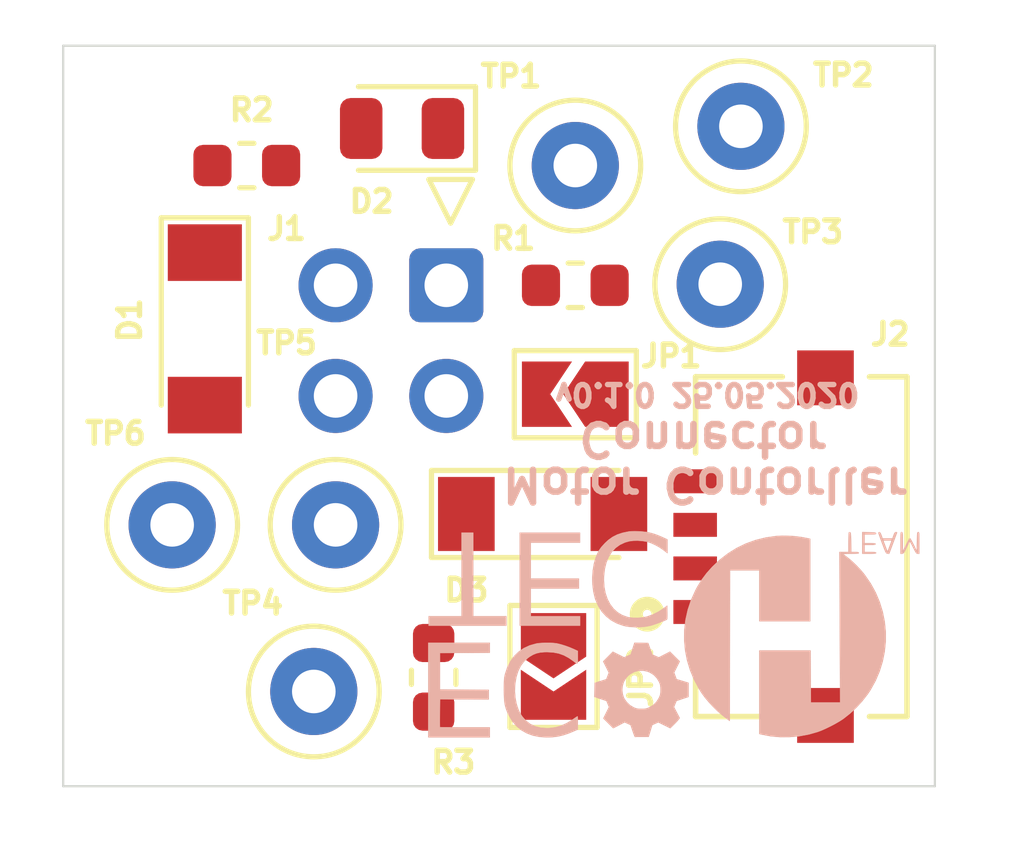
<source format=kicad_pcb>
(kicad_pcb (version 20171130) (host pcbnew 5.1.6-c6e7f7d~86~ubuntu18.04.1)

  (general
    (thickness 1.6)
    (drawings 7)
    (tracks 0)
    (zones 0)
    (modules 19)
    (nets 8)
  )

  (page A4)
  (layers
    (0 F.Cu signal)
    (31 B.Cu signal)
    (32 B.Adhes user hide)
    (33 F.Adhes user hide)
    (34 B.Paste user hide)
    (35 F.Paste user hide)
    (36 B.SilkS user)
    (37 F.SilkS user)
    (38 B.Mask user)
    (39 F.Mask user)
    (40 Dwgs.User user hide)
    (41 Cmts.User user hide)
    (42 Eco1.User user hide)
    (43 Eco2.User user hide)
    (44 Edge.Cuts user)
    (45 Margin user hide)
    (46 B.CrtYd user)
    (47 F.CrtYd user)
    (48 B.Fab user hide)
    (49 F.Fab user hide)
  )

  (setup
    (last_trace_width 0.25)
    (trace_clearance 0.2)
    (zone_clearance 0.508)
    (zone_45_only no)
    (trace_min 0.2)
    (via_size 0.7)
    (via_drill 0.3)
    (via_min_size 0.4)
    (via_min_drill 0.3)
    (uvia_size 0.3)
    (uvia_drill 0.1)
    (uvias_allowed no)
    (uvia_min_size 0.2)
    (uvia_min_drill 0.1)
    (edge_width 0.05)
    (segment_width 0.2)
    (pcb_text_width 0.3)
    (pcb_text_size 1.5 1.5)
    (mod_edge_width 0.12)
    (mod_text_size 1 1)
    (mod_text_width 0.15)
    (pad_size 2 2)
    (pad_drill 1)
    (pad_to_mask_clearance 0.05)
    (aux_axis_origin 0 0)
    (visible_elements FFFFFF7F)
    (pcbplotparams
      (layerselection 0x010fc_ffffffff)
      (usegerberextensions false)
      (usegerberattributes true)
      (usegerberadvancedattributes true)
      (creategerberjobfile true)
      (excludeedgelayer true)
      (linewidth 0.100000)
      (plotframeref false)
      (viasonmask false)
      (mode 1)
      (useauxorigin false)
      (hpglpennumber 1)
      (hpglpenspeed 20)
      (hpglpendiameter 15.000000)
      (psnegative false)
      (psa4output false)
      (plotreference true)
      (plotvalue true)
      (plotinvisibletext false)
      (padsonsilk false)
      (subtractmaskfromsilk false)
      (outputformat 1)
      (mirror false)
      (drillshape 1)
      (scaleselection 1)
      (outputdirectory ""))
  )

  (net 0 "")
  (net 1 GND)
  (net 2 +12V)
  (net 3 "Net-(D2-Pad2)")
  (net 4 /B)
  (net 5 /A)
  (net 6 "Net-(JP1-Pad1)")
  (net 7 "Net-(JP2-Pad2)")

  (net_class Default "This is the default net class."
    (clearance 0.2)
    (trace_width 0.25)
    (via_dia 0.7)
    (via_drill 0.3)
    (uvia_dia 0.3)
    (uvia_drill 0.1)
    (add_net +12V)
    (add_net /A)
    (add_net /B)
    (add_net GND)
    (add_net "Net-(D2-Pad2)")
    (add_net "Net-(JP1-Pad1)")
    (add_net "Net-(JP2-Pad2)")
  )

  (module TestPoint:TestPoint_Loop_D1.80mm_Drill1.0mm_Beaded (layer F.Cu) (tedit 5A0F774F) (tstamp 5ECC2054)
    (at 111.5 128)
    (descr "wire loop with bead as test point, loop diameter 1.8mm, hole diameter 1.0mm")
    (tags "test point wire loop bead")
    (path /5CC624FB)
    (fp_text reference TP6 (at -1.3 -2.1 180) (layer F.SilkS)
      (effects (font (size 0.5 0.5) (thickness 0.125)))
    )
    (fp_text value TestPoint (at 0 -2.8) (layer F.Fab)
      (effects (font (size 1 1) (thickness 0.15)))
    )
    (fp_text user %R (at 0.7 2.5) (layer F.Fab)
      (effects (font (size 1 1) (thickness 0.15)))
    )
    (fp_circle (center 0 0) (end 1.8 0) (layer F.CrtYd) (width 0.05))
    (fp_circle (center 0 0) (end 1.5 0) (layer F.SilkS) (width 0.12))
    (fp_line (start -0.9 -0.2) (end 0.9 -0.2) (layer F.Fab) (width 0.12))
    (fp_line (start 0.9 -0.2) (end 0.9 0.2) (layer F.Fab) (width 0.12))
    (fp_line (start 0.9 0.2) (end -0.9 0.2) (layer F.Fab) (width 0.12))
    (fp_line (start -0.9 0.2) (end -0.9 -0.2) (layer F.Fab) (width 0.12))
    (fp_circle (center 0 0) (end 1.3 0) (layer F.Fab) (width 0.12))
    (pad 1 thru_hole circle (at 0 0) (size 2 2) (drill 1) (layers *.Cu *.Mask)
      (net 2 +12V))
    (model ${KISYS3DMOD}/TestPoint.3dshapes/TestPoint_Loop_D1.80mm_Drill1.0mm_Beaded.wrl
      (at (xyz 0 0 0))
      (scale (xyz 1 1 1))
      (rotate (xyz 0 0 0))
    )
  )

  (module TestPoint:TestPoint_Loop_D1.80mm_Drill1.0mm_Beaded (layer F.Cu) (tedit 5A0F774F) (tstamp 5ECC2047)
    (at 115.25 128)
    (descr "wire loop with bead as test point, loop diameter 1.8mm, hole diameter 1.0mm")
    (tags "test point wire loop bead")
    (path /5E828D0A)
    (fp_text reference TP5 (at -1.125 -4.175) (layer F.SilkS)
      (effects (font (size 0.5 0.5) (thickness 0.125)))
    )
    (fp_text value TestPoint (at 0 -2.8) (layer F.Fab)
      (effects (font (size 1 1) (thickness 0.15)))
    )
    (fp_text user %R (at 0.7 2.5) (layer F.Fab)
      (effects (font (size 1 1) (thickness 0.15)))
    )
    (fp_circle (center 0 0) (end 1.8 0) (layer F.CrtYd) (width 0.05))
    (fp_circle (center 0 0) (end 1.5 0) (layer F.SilkS) (width 0.12))
    (fp_line (start -0.9 -0.2) (end 0.9 -0.2) (layer F.Fab) (width 0.12))
    (fp_line (start 0.9 -0.2) (end 0.9 0.2) (layer F.Fab) (width 0.12))
    (fp_line (start 0.9 0.2) (end -0.9 0.2) (layer F.Fab) (width 0.12))
    (fp_line (start -0.9 0.2) (end -0.9 -0.2) (layer F.Fab) (width 0.12))
    (fp_circle (center 0 0) (end 1.3 0) (layer F.Fab) (width 0.12))
    (pad 1 thru_hole circle (at 0 0) (size 2 2) (drill 1) (layers *.Cu *.Mask)
      (net 5 /A))
    (model ${KISYS3DMOD}/TestPoint.3dshapes/TestPoint_Loop_D1.80mm_Drill1.0mm_Beaded.wrl
      (at (xyz 0 0 0))
      (scale (xyz 1 1 1))
      (rotate (xyz 0 0 0))
    )
  )

  (module TestPoint:TestPoint_Loop_D1.80mm_Drill1.0mm_Beaded (layer F.Cu) (tedit 5A0F774F) (tstamp 5ECC203A)
    (at 114.75 131.825)
    (descr "wire loop with bead as test point, loop diameter 1.8mm, hole diameter 1.0mm")
    (tags "test point wire loop bead")
    (path /5E828D11)
    (fp_text reference TP4 (at -1.4 -2.025 180) (layer F.SilkS)
      (effects (font (size 0.5 0.5) (thickness 0.125)))
    )
    (fp_text value TestPoint (at 0 -2.8) (layer F.Fab)
      (effects (font (size 1 1) (thickness 0.15)))
    )
    (fp_text user %R (at 0.7 2.5) (layer F.Fab)
      (effects (font (size 1 1) (thickness 0.15)))
    )
    (fp_circle (center 0 0) (end 1.8 0) (layer F.CrtYd) (width 0.05))
    (fp_circle (center 0 0) (end 1.5 0) (layer F.SilkS) (width 0.12))
    (fp_line (start -0.9 -0.2) (end 0.9 -0.2) (layer F.Fab) (width 0.12))
    (fp_line (start 0.9 -0.2) (end 0.9 0.2) (layer F.Fab) (width 0.12))
    (fp_line (start 0.9 0.2) (end -0.9 0.2) (layer F.Fab) (width 0.12))
    (fp_line (start -0.9 0.2) (end -0.9 -0.2) (layer F.Fab) (width 0.12))
    (fp_circle (center 0 0) (end 1.3 0) (layer F.Fab) (width 0.12))
    (pad 1 thru_hole circle (at 0 0) (size 2 2) (drill 1) (layers *.Cu *.Mask)
      (net 4 /B))
    (model ${KISYS3DMOD}/TestPoint.3dshapes/TestPoint_Loop_D1.80mm_Drill1.0mm_Beaded.wrl
      (at (xyz 0 0 0))
      (scale (xyz 1 1 1))
      (rotate (xyz 0 0 0))
    )
  )

  (module TestPoint:TestPoint_Loop_D1.80mm_Drill1.0mm_Beaded (layer F.Cu) (tedit 5A0F774F) (tstamp 5ECC202D)
    (at 124.075 122.475)
    (descr "wire loop with bead as test point, loop diameter 1.8mm, hole diameter 1.0mm")
    (tags "test point wire loop bead")
    (path /5CC615AE)
    (fp_text reference TP3 (at 2.125 -1.2) (layer F.SilkS)
      (effects (font (size 0.5 0.5) (thickness 0.125)))
    )
    (fp_text value TestPoint (at 0 -2.8) (layer F.Fab)
      (effects (font (size 1 1) (thickness 0.15)))
    )
    (fp_text user %R (at 0.7 2.5) (layer F.Fab)
      (effects (font (size 1 1) (thickness 0.15)))
    )
    (fp_circle (center 0 0) (end 1.8 0) (layer F.CrtYd) (width 0.05))
    (fp_circle (center 0 0) (end 1.5 0) (layer F.SilkS) (width 0.12))
    (fp_line (start -0.9 -0.2) (end 0.9 -0.2) (layer F.Fab) (width 0.12))
    (fp_line (start 0.9 -0.2) (end 0.9 0.2) (layer F.Fab) (width 0.12))
    (fp_line (start 0.9 0.2) (end -0.9 0.2) (layer F.Fab) (width 0.12))
    (fp_line (start -0.9 0.2) (end -0.9 -0.2) (layer F.Fab) (width 0.12))
    (fp_circle (center 0 0) (end 1.3 0) (layer F.Fab) (width 0.12))
    (pad 1 thru_hole circle (at 0 0) (size 2 2) (drill 1) (layers *.Cu *.Mask)
      (net 5 /A))
    (model ${KISYS3DMOD}/TestPoint.3dshapes/TestPoint_Loop_D1.80mm_Drill1.0mm_Beaded.wrl
      (at (xyz 0 0 0))
      (scale (xyz 1 1 1))
      (rotate (xyz 0 0 0))
    )
  )

  (module TestPoint:TestPoint_Loop_D1.80mm_Drill1.0mm_Beaded (layer F.Cu) (tedit 5ECC196E) (tstamp 5ECC2020)
    (at 124.55 118.85)
    (descr "wire loop with bead as test point, loop diameter 1.8mm, hole diameter 1.0mm")
    (tags "test point wire loop bead")
    (path /5CC613D1)
    (fp_text reference TP2 (at 2.35 -1.175) (layer F.SilkS)
      (effects (font (size 0.5 0.5) (thickness 0.125)))
    )
    (fp_text value TestPoint (at 0 -2.8) (layer F.Fab)
      (effects (font (size 1 1) (thickness 0.15)))
    )
    (fp_text user %R (at 0.7 2.5) (layer F.Fab)
      (effects (font (size 1 1) (thickness 0.15)))
    )
    (fp_circle (center 0 0) (end 1.8 0) (layer F.CrtYd) (width 0.05))
    (fp_circle (center 0 0) (end 1.5 0) (layer F.SilkS) (width 0.12))
    (fp_line (start -0.9 -0.2) (end 0.9 -0.2) (layer F.Fab) (width 0.12))
    (fp_line (start 0.9 -0.2) (end 0.9 0.2) (layer F.Fab) (width 0.12))
    (fp_line (start 0.9 0.2) (end -0.9 0.2) (layer F.Fab) (width 0.12))
    (fp_line (start -0.9 0.2) (end -0.9 -0.2) (layer F.Fab) (width 0.12))
    (fp_circle (center 0 0) (end 1.3 0) (layer F.Fab) (width 0.12))
    (pad 1 thru_hole circle (at 0 0) (size 2 2) (drill 1) (layers *.Cu *.Mask)
      (net 4 /B))
    (model ${KISYS3DMOD}/TestPoint.3dshapes/TestPoint_Loop_D1.80mm_Drill1.0mm_Beaded.wrl
      (at (xyz 0 0 0))
      (scale (xyz 1 1 1))
      (rotate (xyz 0 0 0))
    )
  )

  (module TestPoint:TestPoint_Loop_D1.80mm_Drill1.0mm_Beaded (layer F.Cu) (tedit 5A0F774F) (tstamp 5ECC2013)
    (at 120.75 119.75)
    (descr "wire loop with bead as test point, loop diameter 1.8mm, hole diameter 1.0mm")
    (tags "test point wire loop bead")
    (path /5CC6563D)
    (fp_text reference TP1 (at -1.475 -2.05) (layer F.SilkS)
      (effects (font (size 0.5 0.5) (thickness 0.125)))
    )
    (fp_text value TestPoint (at 0 -2.8) (layer F.Fab)
      (effects (font (size 1 1) (thickness 0.15)))
    )
    (fp_text user %R (at 0.7 2.5) (layer F.Fab)
      (effects (font (size 1 1) (thickness 0.15)))
    )
    (fp_circle (center 0 0) (end 1.8 0) (layer F.CrtYd) (width 0.05))
    (fp_circle (center 0 0) (end 1.5 0) (layer F.SilkS) (width 0.12))
    (fp_line (start -0.9 -0.2) (end 0.9 -0.2) (layer F.Fab) (width 0.12))
    (fp_line (start 0.9 -0.2) (end 0.9 0.2) (layer F.Fab) (width 0.12))
    (fp_line (start 0.9 0.2) (end -0.9 0.2) (layer F.Fab) (width 0.12))
    (fp_line (start -0.9 0.2) (end -0.9 -0.2) (layer F.Fab) (width 0.12))
    (fp_circle (center 0 0) (end 1.3 0) (layer F.Fab) (width 0.12))
    (pad 1 thru_hole circle (at 0 0) (size 2 2) (drill 1) (layers *.Cu *.Mask)
      (net 1 GND))
    (model ${KISYS3DMOD}/TestPoint.3dshapes/TestPoint_Loop_D1.80mm_Drill1.0mm_Beaded.wrl
      (at (xyz 0 0 0))
      (scale (xyz 1 1 1))
      (rotate (xyz 0 0 0))
    )
  )

  (module Resistor_SMD:R_0603_1608Metric (layer F.Cu) (tedit 5B301BBD) (tstamp 5ECC2006)
    (at 117.5 131.5 270)
    (descr "Resistor SMD 0603 (1608 Metric), square (rectangular) end terminal, IPC_7351 nominal, (Body size source: http://www.tortai-tech.com/upload/download/2011102023233369053.pdf), generated with kicad-footprint-generator")
    (tags resistor)
    (path /5E809DCF)
    (attr smd)
    (fp_text reference R3 (at 1.95 -0.45 180) (layer F.SilkS)
      (effects (font (size 0.5 0.5) (thickness 0.125)))
    )
    (fp_text value 120 (at 0 1.43 90) (layer F.Fab)
      (effects (font (size 1 1) (thickness 0.15)))
    )
    (fp_text user %R (at 0 0 90) (layer F.Fab)
      (effects (font (size 0.4 0.4) (thickness 0.06)))
    )
    (fp_line (start -0.8 0.4) (end -0.8 -0.4) (layer F.Fab) (width 0.1))
    (fp_line (start -0.8 -0.4) (end 0.8 -0.4) (layer F.Fab) (width 0.1))
    (fp_line (start 0.8 -0.4) (end 0.8 0.4) (layer F.Fab) (width 0.1))
    (fp_line (start 0.8 0.4) (end -0.8 0.4) (layer F.Fab) (width 0.1))
    (fp_line (start -0.162779 -0.51) (end 0.162779 -0.51) (layer F.SilkS) (width 0.12))
    (fp_line (start -0.162779 0.51) (end 0.162779 0.51) (layer F.SilkS) (width 0.12))
    (fp_line (start -1.48 0.73) (end -1.48 -0.73) (layer F.CrtYd) (width 0.05))
    (fp_line (start -1.48 -0.73) (end 1.48 -0.73) (layer F.CrtYd) (width 0.05))
    (fp_line (start 1.48 -0.73) (end 1.48 0.73) (layer F.CrtYd) (width 0.05))
    (fp_line (start 1.48 0.73) (end -1.48 0.73) (layer F.CrtYd) (width 0.05))
    (pad 2 smd roundrect (at 0.7875 0 270) (size 0.875 0.95) (layers F.Cu F.Paste F.Mask) (roundrect_rratio 0.25)
      (net 7 "Net-(JP2-Pad2)"))
    (pad 1 smd roundrect (at -0.7875 0 270) (size 0.875 0.95) (layers F.Cu F.Paste F.Mask) (roundrect_rratio 0.25)
      (net 4 /B))
    (model ${KISYS3DMOD}/Resistor_SMD.3dshapes/R_0603_1608Metric.wrl
      (at (xyz 0 0 0))
      (scale (xyz 1 1 1))
      (rotate (xyz 0 0 0))
    )
  )

  (module Resistor_SMD:R_0603_1608Metric (layer F.Cu) (tedit 5B301BBD) (tstamp 5ECC1FF5)
    (at 113.2125 119.75)
    (descr "Resistor SMD 0603 (1608 Metric), square (rectangular) end terminal, IPC_7351 nominal, (Body size source: http://www.tortai-tech.com/upload/download/2011102023233369053.pdf), generated with kicad-footprint-generator")
    (tags resistor)
    (path /5CB11BF2)
    (attr smd)
    (fp_text reference R2 (at 0.1125 -1.275) (layer F.SilkS)
      (effects (font (size 0.5 0.5) (thickness 0.125)))
    )
    (fp_text value 2k (at 0 1.43) (layer F.Fab)
      (effects (font (size 1 1) (thickness 0.15)))
    )
    (fp_text user %R (at 0 0) (layer F.Fab)
      (effects (font (size 0.4 0.4) (thickness 0.06)))
    )
    (fp_line (start -0.8 0.4) (end -0.8 -0.4) (layer F.Fab) (width 0.1))
    (fp_line (start -0.8 -0.4) (end 0.8 -0.4) (layer F.Fab) (width 0.1))
    (fp_line (start 0.8 -0.4) (end 0.8 0.4) (layer F.Fab) (width 0.1))
    (fp_line (start 0.8 0.4) (end -0.8 0.4) (layer F.Fab) (width 0.1))
    (fp_line (start -0.162779 -0.51) (end 0.162779 -0.51) (layer F.SilkS) (width 0.12))
    (fp_line (start -0.162779 0.51) (end 0.162779 0.51) (layer F.SilkS) (width 0.12))
    (fp_line (start -1.48 0.73) (end -1.48 -0.73) (layer F.CrtYd) (width 0.05))
    (fp_line (start -1.48 -0.73) (end 1.48 -0.73) (layer F.CrtYd) (width 0.05))
    (fp_line (start 1.48 -0.73) (end 1.48 0.73) (layer F.CrtYd) (width 0.05))
    (fp_line (start 1.48 0.73) (end -1.48 0.73) (layer F.CrtYd) (width 0.05))
    (pad 2 smd roundrect (at 0.7875 0) (size 0.875 0.95) (layers F.Cu F.Paste F.Mask) (roundrect_rratio 0.25)
      (net 3 "Net-(D2-Pad2)"))
    (pad 1 smd roundrect (at -0.7875 0) (size 0.875 0.95) (layers F.Cu F.Paste F.Mask) (roundrect_rratio 0.25)
      (net 2 +12V))
    (model ${KISYS3DMOD}/Resistor_SMD.3dshapes/R_0603_1608Metric.wrl
      (at (xyz 0 0 0))
      (scale (xyz 1 1 1))
      (rotate (xyz 0 0 0))
    )
  )

  (module Resistor_SMD:R_0603_1608Metric (layer F.Cu) (tedit 5B301BBD) (tstamp 5ECC1FE4)
    (at 120.75 122.5 180)
    (descr "Resistor SMD 0603 (1608 Metric), square (rectangular) end terminal, IPC_7351 nominal, (Body size source: http://www.tortai-tech.com/upload/download/2011102023233369053.pdf), generated with kicad-footprint-generator")
    (tags resistor)
    (path /5CB28455)
    (attr smd)
    (fp_text reference R1 (at 1.425 1.075) (layer F.SilkS)
      (effects (font (size 0.5 0.5) (thickness 0.125)))
    )
    (fp_text value 120 (at 0 1.43) (layer F.Fab)
      (effects (font (size 1 1) (thickness 0.15)))
    )
    (fp_text user %R (at 0 0) (layer F.Fab)
      (effects (font (size 0.4 0.4) (thickness 0.06)))
    )
    (fp_line (start -0.8 0.4) (end -0.8 -0.4) (layer F.Fab) (width 0.1))
    (fp_line (start -0.8 -0.4) (end 0.8 -0.4) (layer F.Fab) (width 0.1))
    (fp_line (start 0.8 -0.4) (end 0.8 0.4) (layer F.Fab) (width 0.1))
    (fp_line (start 0.8 0.4) (end -0.8 0.4) (layer F.Fab) (width 0.1))
    (fp_line (start -0.162779 -0.51) (end 0.162779 -0.51) (layer F.SilkS) (width 0.12))
    (fp_line (start -0.162779 0.51) (end 0.162779 0.51) (layer F.SilkS) (width 0.12))
    (fp_line (start -1.48 0.73) (end -1.48 -0.73) (layer F.CrtYd) (width 0.05))
    (fp_line (start -1.48 -0.73) (end 1.48 -0.73) (layer F.CrtYd) (width 0.05))
    (fp_line (start 1.48 -0.73) (end 1.48 0.73) (layer F.CrtYd) (width 0.05))
    (fp_line (start 1.48 0.73) (end -1.48 0.73) (layer F.CrtYd) (width 0.05))
    (pad 2 smd roundrect (at 0.7875 0 180) (size 0.875 0.95) (layers F.Cu F.Paste F.Mask) (roundrect_rratio 0.25)
      (net 4 /B))
    (pad 1 smd roundrect (at -0.7875 0 180) (size 0.875 0.95) (layers F.Cu F.Paste F.Mask) (roundrect_rratio 0.25)
      (net 6 "Net-(JP1-Pad1)"))
    (model ${KISYS3DMOD}/Resistor_SMD.3dshapes/R_0603_1608Metric.wrl
      (at (xyz 0 0 0))
      (scale (xyz 1 1 1))
      (rotate (xyz 0 0 0))
    )
  )

  (module Jumper:SolderJumper-2_P1.3mm_Open_TrianglePad1.0x1.5mm (layer F.Cu) (tedit 5A64794F) (tstamp 5ECC1FD3)
    (at 120.25 131.25 270)
    (descr "SMD Solder Jumper, 1x1.5mm Triangular Pads, 0.3mm gap, open")
    (tags "solder jumper open")
    (path /5E809DD5)
    (attr virtual)
    (fp_text reference JP2 (at 0.25 -2 270) (layer F.SilkS)
      (effects (font (size 0.5 0.5) (thickness 0.125)))
    )
    (fp_text value Jumper_NO_Small (at 0 1.9 90) (layer F.Fab)
      (effects (font (size 1 1) (thickness 0.15)))
    )
    (fp_line (start -1.4 1) (end -1.4 -1) (layer F.SilkS) (width 0.12))
    (fp_line (start 1.4 1) (end -1.4 1) (layer F.SilkS) (width 0.12))
    (fp_line (start 1.4 -1) (end 1.4 1) (layer F.SilkS) (width 0.12))
    (fp_line (start -1.4 -1) (end 1.4 -1) (layer F.SilkS) (width 0.12))
    (fp_line (start -1.65 -1.25) (end 1.65 -1.25) (layer F.CrtYd) (width 0.05))
    (fp_line (start -1.65 -1.25) (end -1.65 1.25) (layer F.CrtYd) (width 0.05))
    (fp_line (start 1.65 1.25) (end 1.65 -1.25) (layer F.CrtYd) (width 0.05))
    (fp_line (start 1.65 1.25) (end -1.65 1.25) (layer F.CrtYd) (width 0.05))
    (pad 1 smd custom (at -0.725 0 270) (size 0.3 0.3) (layers F.Cu F.Mask)
      (net 5 /A) (zone_connect 2)
      (options (clearance outline) (anchor rect))
      (primitives
        (gr_poly (pts
           (xy -0.5 -0.75) (xy 0.5 -0.75) (xy 1 0) (xy 0.5 0.75) (xy -0.5 0.75)
) (width 0))
      ))
    (pad 2 smd custom (at 0.725 0 270) (size 0.3 0.3) (layers F.Cu F.Mask)
      (net 7 "Net-(JP2-Pad2)") (zone_connect 2)
      (options (clearance outline) (anchor rect))
      (primitives
        (gr_poly (pts
           (xy -0.65 -0.75) (xy 0.5 -0.75) (xy 0.5 0.75) (xy -0.65 0.75) (xy -0.15 0)
) (width 0))
      ))
  )

  (module Jumper:SolderJumper-2_P1.3mm_Open_TrianglePad1.0x1.5mm (layer F.Cu) (tedit 5A64794F) (tstamp 5ECC1FC5)
    (at 120.75 125 180)
    (descr "SMD Solder Jumper, 1x1.5mm Triangular Pads, 0.3mm gap, open")
    (tags "solder jumper open")
    (path /5CB2872F)
    (attr virtual)
    (fp_text reference JP1 (at -2.2 0.875) (layer F.SilkS)
      (effects (font (size 0.5 0.5) (thickness 0.125)))
    )
    (fp_text value Jumper_NO_Small (at 0 1.9) (layer F.Fab)
      (effects (font (size 1 1) (thickness 0.15)))
    )
    (fp_line (start -1.4 1) (end -1.4 -1) (layer F.SilkS) (width 0.12))
    (fp_line (start 1.4 1) (end -1.4 1) (layer F.SilkS) (width 0.12))
    (fp_line (start 1.4 -1) (end 1.4 1) (layer F.SilkS) (width 0.12))
    (fp_line (start -1.4 -1) (end 1.4 -1) (layer F.SilkS) (width 0.12))
    (fp_line (start -1.65 -1.25) (end 1.65 -1.25) (layer F.CrtYd) (width 0.05))
    (fp_line (start -1.65 -1.25) (end -1.65 1.25) (layer F.CrtYd) (width 0.05))
    (fp_line (start 1.65 1.25) (end 1.65 -1.25) (layer F.CrtYd) (width 0.05))
    (fp_line (start 1.65 1.25) (end -1.65 1.25) (layer F.CrtYd) (width 0.05))
    (pad 1 smd custom (at -0.725 0 180) (size 0.3 0.3) (layers F.Cu F.Mask)
      (net 6 "Net-(JP1-Pad1)") (zone_connect 2)
      (options (clearance outline) (anchor rect))
      (primitives
        (gr_poly (pts
           (xy -0.5 -0.75) (xy 0.5 -0.75) (xy 1 0) (xy 0.5 0.75) (xy -0.5 0.75)
) (width 0))
      ))
    (pad 2 smd custom (at 0.725 0 180) (size 0.3 0.3) (layers F.Cu F.Mask)
      (net 5 /A) (zone_connect 2)
      (options (clearance outline) (anchor rect))
      (primitives
        (gr_poly (pts
           (xy -0.65 -0.75) (xy 0.5 -0.75) (xy 0.5 0.75) (xy -0.65 0.75) (xy -0.15 0)
) (width 0))
      ))
  )

  (module Footprints:MOLEX_5037630491 (layer F.Cu) (tedit 5EC8FECF) (tstamp 5ECC1FB7)
    (at 123.5 128.5 90)
    (path /5E801674)
    (fp_text reference J2 (at 4.875 4.475 180) (layer F.SilkS)
      (effects (font (size 0.5 0.5) (thickness 0.125)))
    )
    (fp_text value "Molex 1x4" (at 10.414 6.731 90) (layer F.Fab)
      (effects (font (size 1.4 1.4) (thickness 0.015)))
    )
    (fp_line (start 3.9 4.86) (end -3.9 4.86) (layer F.Fab) (width 0.127))
    (fp_line (start -3.9 4.86) (end -3.9 0.01) (layer F.Fab) (width 0.127))
    (fp_line (start -3.9 0.01) (end 3.9 0.01) (layer F.Fab) (width 0.127))
    (fp_line (start 3.9 0.01) (end 3.9 4.86) (layer F.Fab) (width 0.127))
    (fp_line (start 3.9 4) (end 3.9 4.86) (layer F.SilkS) (width 0.127))
    (fp_line (start 3.9 4.86) (end -3.9 4.86) (layer F.SilkS) (width 0.127))
    (fp_line (start -3.9 4.86) (end -3.9 4) (layer F.SilkS) (width 0.127))
    (fp_line (start 3.9 2) (end 3.9 0.01) (layer F.SilkS) (width 0.127))
    (fp_line (start 3.9 0.01) (end 2.15 0.01) (layer F.SilkS) (width 0.127))
    (fp_line (start -2.1 0.01) (end -3.9 0.01) (layer F.SilkS) (width 0.127))
    (fp_line (start -3.9 0.01) (end -3.9 2) (layer F.SilkS) (width 0.127))
    (fp_circle (center -1.55 -1.1) (end -1.45 -1.1) (layer F.SilkS) (width 0.3))
    (fp_circle (center -1.55 -1.1) (end -1.45 -1.1) (layer F.Fab) (width 0.3))
    (fp_line (start 4.15 5.11) (end -4.15 5.11) (layer F.CrtYd) (width 0.05))
    (fp_line (start -4.15 5.11) (end -4.15 3.89) (layer F.CrtYd) (width 0.05))
    (fp_line (start -4.15 3.89) (end -4.755 3.89) (layer F.CrtYd) (width 0.05))
    (fp_line (start -4.755 3.89) (end -4.755 2.09) (layer F.CrtYd) (width 0.05))
    (fp_line (start -4.755 2.09) (end -4.15 2.09) (layer F.CrtYd) (width 0.05))
    (fp_line (start -4.15 2.09) (end -4.15 -0.75) (layer F.CrtYd) (width 0.05))
    (fp_line (start -4.15 -0.75) (end 4.15 -0.75) (layer F.CrtYd) (width 0.05))
    (fp_line (start 4.15 -0.75) (end 4.15 2.09) (layer F.CrtYd) (width 0.05))
    (fp_line (start 4.15 2.09) (end 4.755 2.09) (layer F.CrtYd) (width 0.05))
    (fp_line (start 4.755 2.09) (end 4.755 3.89) (layer F.CrtYd) (width 0.05))
    (fp_line (start 4.755 3.89) (end 4.15 3.89) (layer F.CrtYd) (width 0.05))
    (fp_line (start 4.15 3.89) (end 4.15 5.11) (layer F.CrtYd) (width 0.05))
    (fp_poly (pts (xy 2.735 3.64) (xy 3.605 3.64) (xy 3.605 4.81) (xy 2.735 4.81)) (layer Dwgs.User) (width 0.01))
    (fp_poly (pts (xy 2.735 3.56) (xy 3.245 3.56) (xy 3.245 3.64) (xy 2.735 3.64)) (layer Dwgs.User) (width 0.01))
    (fp_poly (pts (xy 2.735 3.64) (xy 3.605 3.64) (xy 3.605 4.81) (xy 2.735 4.81)) (layer Dwgs.User) (width 0.01))
    (fp_poly (pts (xy 2.735 3.56) (xy 3.245 3.56) (xy 3.245 3.64) (xy 2.735 3.64)) (layer Dwgs.User) (width 0.01))
    (fp_poly (pts (xy -3.605 3.64) (xy -2.735 3.64) (xy -2.735 4.81) (xy -3.605 4.81)) (layer Dwgs.User) (width 0.01))
    (fp_poly (pts (xy -3.245 3.56) (xy -2.735 3.56) (xy -2.735 3.64) (xy -3.245 3.64)) (layer Dwgs.User) (width 0.01))
    (fp_poly (pts (xy -3.605 3.64) (xy -2.735 3.64) (xy -2.735 4.81) (xy -3.605 4.81)) (layer Dwgs.User) (width 0.01))
    (fp_poly (pts (xy -3.245 3.56) (xy -2.735 3.56) (xy -2.735 3.64) (xy -3.245 3.64)) (layer Dwgs.User) (width 0.01))
    (pad S2 smd rect (at -3.875 2.99 90) (size 1.26 1.3) (layers F.Cu F.Paste F.Mask))
    (pad S1 smd rect (at 3.875 2.99 90) (size 1.26 1.3) (layers F.Cu F.Paste F.Mask))
    (pad 1 smd rect (at -1.5 0 90) (size 0.55 1) (layers F.Cu F.Paste F.Mask)
      (net 1 GND))
    (pad 4 smd rect (at 1.5 0 90) (size 0.55 1) (layers F.Cu F.Paste F.Mask)
      (net 4 /B))
    (pad 2 smd rect (at -0.5 0 90) (size 0.55 1) (layers F.Cu F.Paste F.Mask)
      (net 2 +12V))
    (pad 3 smd rect (at 0.5 0 90) (size 0.55 1) (layers F.Cu F.Paste F.Mask)
      (net 5 /A))
  )

  (module Footprints:connector2x2 (layer F.Cu) (tedit 5EC93ABB) (tstamp 5ECC1F8C)
    (at 112.54 123.87 270)
    (path /5EB20C95)
    (fp_text reference J1 (at -2.67 -1.585 180) (layer F.SilkS)
      (effects (font (size 0.5 0.5) (thickness 0.125)))
    )
    (fp_text value "Goldpins 2x2" (at 0.2 -0.95 90) (layer F.Fab)
      (effects (font (size 1 1) (thickness 0.15)))
    )
    (fp_line (start -3.8 -5.85) (end -3.8 -4.85) (layer F.SilkS) (width 0.12))
    (fp_line (start -2.8 -5.35) (end -3.8 -5.85) (layer F.SilkS) (width 0.12))
    (fp_line (start -3.8 -4.85) (end -2.8 -5.35) (layer F.SilkS) (width 0.12))
    (pad 2 thru_hole circle (at 1.17 -5.25 270) (size 1.7 1.7) (drill 1) (layers *.Cu *.Mask)
      (net 5 /A))
    (pad 1 thru_hole roundrect (at -1.37 -5.25 270) (size 1.7 1.7) (drill 1) (layers *.Cu *.Mask) (roundrect_rratio 0.147059)
      (net 4 /B))
    (pad 4 thru_hole circle (at 1.17 -2.71 270) (size 1.7 1.7) (drill 1) (layers *.Cu *.Mask)
      (net 1 GND))
    (pad 3 thru_hole circle (at -1.37 -2.71 270) (size 1.7 1.7) (drill 1) (layers *.Cu *.Mask)
      (net 2 +12V))
  )

  (module MountingHole:MountingHole_3.2mm_M3 (layer F.Cu) (tedit 5ECC192C) (tstamp 5ECC1F71)
    (at 127.575 119.425)
    (descr "Mounting Hole 3.2mm, no annular, M3")
    (tags "mounting hole 3.2mm no annular m3")
    (path /5CC8BCA2)
    (attr virtual)
    (fp_text reference H2 (at 0 -4.2) (layer F.SilkS) hide
      (effects (font (size 1 1) (thickness 0.15)))
    )
    (fp_text value MountingHole (at 0 4.2) (layer F.Fab)
      (effects (font (size 1 1) (thickness 0.15)))
    )
    (fp_text user %R (at 0.3 0) (layer F.Fab)
      (effects (font (size 1 1) (thickness 0.15)))
    )
    (fp_circle (center 0 0) (end 3.2 0) (layer Cmts.User) (width 0.15))
    (fp_circle (center 0 0) (end 3.45 0) (layer F.CrtYd) (width 0.05))
    (pad "" np_thru_hole circle (at 0 0) (size 2 2) (drill 2) (layers *.Cu *.Mask))
  )

  (module MountingHole:MountingHole_3.2mm_M3 (layer F.Cu) (tedit 5ECC1901) (tstamp 5ECC1F69)
    (at 111.025 131.85)
    (descr "Mounting Hole 3.2mm, no annular, M3")
    (tags "mounting hole 3.2mm no annular m3")
    (path /5CC8BA42)
    (attr virtual)
    (fp_text reference H1 (at 1.175 1.45) (layer F.SilkS) hide
      (effects (font (size 0.5 0.5) (thickness 0.125)))
    )
    (fp_text value MountingHole (at 0 4.2) (layer F.Fab)
      (effects (font (size 1 1) (thickness 0.15)))
    )
    (fp_text user %R (at 0.3 0) (layer F.Fab)
      (effects (font (size 1 1) (thickness 0.15)))
    )
    (fp_circle (center 0 0) (end 3.2 0) (layer Cmts.User) (width 0.15))
    (fp_circle (center 0 0) (end 3.45 0) (layer F.CrtYd) (width 0.05))
    (pad "" np_thru_hole circle (at 0 0) (size 2 2) (drill 2) (layers *.Cu *.Mask))
  )

  (module Diode_SMD:D_MiniMELF (layer F.Cu) (tedit 5905D8F5) (tstamp 5ECC1F45)
    (at 120 127.75)
    (descr "Diode Mini-MELF")
    (tags "Diode Mini-MELF")
    (path /5E806ADF)
    (attr smd)
    (fp_text reference D3 (at -1.75 1.75) (layer F.SilkS)
      (effects (font (size 0.5 0.5) (thickness 0.125)))
    )
    (fp_text value D_TVS_ALT (at 0 1.75) (layer F.Fab)
      (effects (font (size 1 1) (thickness 0.15)))
    )
    (fp_text user %R (at 0 -2) (layer F.Fab)
      (effects (font (size 1 1) (thickness 0.15)))
    )
    (fp_line (start 1.75 -1) (end -2.55 -1) (layer F.SilkS) (width 0.12))
    (fp_line (start -2.55 -1) (end -2.55 1) (layer F.SilkS) (width 0.12))
    (fp_line (start -2.55 1) (end 1.75 1) (layer F.SilkS) (width 0.12))
    (fp_line (start 1.65 -0.8) (end 1.65 0.8) (layer F.Fab) (width 0.1))
    (fp_line (start 1.65 0.8) (end -1.65 0.8) (layer F.Fab) (width 0.1))
    (fp_line (start -1.65 0.8) (end -1.65 -0.8) (layer F.Fab) (width 0.1))
    (fp_line (start -1.65 -0.8) (end 1.65 -0.8) (layer F.Fab) (width 0.1))
    (fp_line (start 0.25 0) (end 0.75 0) (layer F.Fab) (width 0.1))
    (fp_line (start 0.25 0.4) (end -0.35 0) (layer F.Fab) (width 0.1))
    (fp_line (start 0.25 -0.4) (end 0.25 0.4) (layer F.Fab) (width 0.1))
    (fp_line (start -0.35 0) (end 0.25 -0.4) (layer F.Fab) (width 0.1))
    (fp_line (start -0.35 0) (end -0.35 0.55) (layer F.Fab) (width 0.1))
    (fp_line (start -0.35 0) (end -0.35 -0.55) (layer F.Fab) (width 0.1))
    (fp_line (start -0.75 0) (end -0.35 0) (layer F.Fab) (width 0.1))
    (fp_line (start -2.65 -1.1) (end 2.65 -1.1) (layer F.CrtYd) (width 0.05))
    (fp_line (start 2.65 -1.1) (end 2.65 1.1) (layer F.CrtYd) (width 0.05))
    (fp_line (start 2.65 1.1) (end -2.65 1.1) (layer F.CrtYd) (width 0.05))
    (fp_line (start -2.65 1.1) (end -2.65 -1.1) (layer F.CrtYd) (width 0.05))
    (pad 2 smd rect (at 1.75 0) (size 1.3 1.7) (layers F.Cu F.Paste F.Mask)
      (net 1 GND))
    (pad 1 smd rect (at -1.75 0) (size 1.3 1.7) (layers F.Cu F.Paste F.Mask)
      (net 2 +12V))
    (model ${KISYS3DMOD}/Diode_SMD.3dshapes/D_MiniMELF.wrl
      (at (xyz 0 0 0))
      (scale (xyz 1 1 1))
      (rotate (xyz 0 0 0))
    )
  )

  (module LED_SMD:LED_0805_2012Metric (layer F.Cu) (tedit 5B36C52C) (tstamp 5ECC1F2C)
    (at 116.775 118.9 180)
    (descr "LED SMD 0805 (2012 Metric), square (rectangular) end terminal, IPC_7351 nominal, (Body size source: https://docs.google.com/spreadsheets/d/1BsfQQcO9C6DZCsRaXUlFlo91Tg2WpOkGARC1WS5S8t0/edit?usp=sharing), generated with kicad-footprint-generator")
    (tags diode)
    (path /5CB11BF9)
    (attr smd)
    (fp_text reference D2 (at 0.7 -1.675) (layer F.SilkS)
      (effects (font (size 0.5 0.5) (thickness 0.125)))
    )
    (fp_text value GREEN (at 0 1.65) (layer F.Fab)
      (effects (font (size 1 1) (thickness 0.15)))
    )
    (fp_text user %R (at 0 0) (layer F.Fab)
      (effects (font (size 0.5 0.5) (thickness 0.08)))
    )
    (fp_line (start 1 -0.6) (end -0.7 -0.6) (layer F.Fab) (width 0.1))
    (fp_line (start -0.7 -0.6) (end -1 -0.3) (layer F.Fab) (width 0.1))
    (fp_line (start -1 -0.3) (end -1 0.6) (layer F.Fab) (width 0.1))
    (fp_line (start -1 0.6) (end 1 0.6) (layer F.Fab) (width 0.1))
    (fp_line (start 1 0.6) (end 1 -0.6) (layer F.Fab) (width 0.1))
    (fp_line (start 1 -0.96) (end -1.685 -0.96) (layer F.SilkS) (width 0.12))
    (fp_line (start -1.685 -0.96) (end -1.685 0.96) (layer F.SilkS) (width 0.12))
    (fp_line (start -1.685 0.96) (end 1 0.96) (layer F.SilkS) (width 0.12))
    (fp_line (start -1.68 0.95) (end -1.68 -0.95) (layer F.CrtYd) (width 0.05))
    (fp_line (start -1.68 -0.95) (end 1.68 -0.95) (layer F.CrtYd) (width 0.05))
    (fp_line (start 1.68 -0.95) (end 1.68 0.95) (layer F.CrtYd) (width 0.05))
    (fp_line (start 1.68 0.95) (end -1.68 0.95) (layer F.CrtYd) (width 0.05))
    (pad 2 smd roundrect (at 0.9375 0 180) (size 0.975 1.4) (layers F.Cu F.Paste F.Mask) (roundrect_rratio 0.25)
      (net 3 "Net-(D2-Pad2)"))
    (pad 1 smd roundrect (at -0.9375 0 180) (size 0.975 1.4) (layers F.Cu F.Paste F.Mask) (roundrect_rratio 0.25)
      (net 1 GND))
    (model ${KISYS3DMOD}/LED_SMD.3dshapes/LED_0805_2012Metric.wrl
      (at (xyz 0 0 0))
      (scale (xyz 1 1 1))
      (rotate (xyz 0 0 0))
    )
  )

  (module Diode_SMD:D_MiniMELF (layer F.Cu) (tedit 5905D8F5) (tstamp 5ECC1F19)
    (at 112.25 123.5 270)
    (descr "Diode Mini-MELF")
    (tags "Diode Mini-MELF")
    (path /5CAFF805)
    (attr smd)
    (fp_text reference D1 (at -0.2 1.725 90) (layer F.SilkS)
      (effects (font (size 0.5 0.5) (thickness 0.125)))
    )
    (fp_text value D_TVS_ALT (at 0 1.75 90) (layer F.Fab)
      (effects (font (size 1 1) (thickness 0.15)))
    )
    (fp_text user %R (at 0 -2 90) (layer F.Fab)
      (effects (font (size 1 1) (thickness 0.15)))
    )
    (fp_line (start 1.75 -1) (end -2.55 -1) (layer F.SilkS) (width 0.12))
    (fp_line (start -2.55 -1) (end -2.55 1) (layer F.SilkS) (width 0.12))
    (fp_line (start -2.55 1) (end 1.75 1) (layer F.SilkS) (width 0.12))
    (fp_line (start 1.65 -0.8) (end 1.65 0.8) (layer F.Fab) (width 0.1))
    (fp_line (start 1.65 0.8) (end -1.65 0.8) (layer F.Fab) (width 0.1))
    (fp_line (start -1.65 0.8) (end -1.65 -0.8) (layer F.Fab) (width 0.1))
    (fp_line (start -1.65 -0.8) (end 1.65 -0.8) (layer F.Fab) (width 0.1))
    (fp_line (start 0.25 0) (end 0.75 0) (layer F.Fab) (width 0.1))
    (fp_line (start 0.25 0.4) (end -0.35 0) (layer F.Fab) (width 0.1))
    (fp_line (start 0.25 -0.4) (end 0.25 0.4) (layer F.Fab) (width 0.1))
    (fp_line (start -0.35 0) (end 0.25 -0.4) (layer F.Fab) (width 0.1))
    (fp_line (start -0.35 0) (end -0.35 0.55) (layer F.Fab) (width 0.1))
    (fp_line (start -0.35 0) (end -0.35 -0.55) (layer F.Fab) (width 0.1))
    (fp_line (start -0.75 0) (end -0.35 0) (layer F.Fab) (width 0.1))
    (fp_line (start -2.65 -1.1) (end 2.65 -1.1) (layer F.CrtYd) (width 0.05))
    (fp_line (start 2.65 -1.1) (end 2.65 1.1) (layer F.CrtYd) (width 0.05))
    (fp_line (start 2.65 1.1) (end -2.65 1.1) (layer F.CrtYd) (width 0.05))
    (fp_line (start -2.65 1.1) (end -2.65 -1.1) (layer F.CrtYd) (width 0.05))
    (pad 2 smd rect (at 1.75 0 270) (size 1.3 1.7) (layers F.Cu F.Paste F.Mask)
      (net 1 GND))
    (pad 1 smd rect (at -1.75 0 270) (size 1.3 1.7) (layers F.Cu F.Paste F.Mask)
      (net 2 +12V))
    (model ${KISYS3DMOD}/Diode_SMD.3dshapes/D_MiniMELF.wrl
      (at (xyz 0 0 0))
      (scale (xyz 1 1 1))
      (rotate (xyz 0 0 0))
    )
  )

  (module Footprints:EcoTech (layer B.Cu) (tedit 5CD447CB) (tstamp 5EC9A199)
    (at 122.725 130.275)
    (path /5CC8C718)
    (fp_text reference G1 (at 0 0) (layer B.SilkS) hide
      (effects (font (size 0.5 0.5) (thickness 0.1)) (justify mirror))
    )
    (fp_text value EcoTechLogo (at 0.75 0) (layer B.CrtYd) hide
      (effects (font (size 1.524 1.524) (thickness 0.3)) (justify mirror))
    )
    (fp_poly (pts (xy -0.590048 2.592742) (xy -0.554619 2.591732) (xy -0.504353 2.59105) (xy -0.444673 2.5908)
      (xy -0.292446 2.5908) (xy -0.250998 2.455351) (xy -0.20955 2.319901) (xy -0.139803 2.289052)
      (xy -0.070056 2.258204) (xy 0.066635 2.325647) (xy 0.203326 2.393091) (xy 0.28677 2.310971)
      (xy 0.327286 2.270008) (xy 0.363494 2.231464) (xy 0.389494 2.20169) (xy 0.395504 2.193951)
      (xy 0.420793 2.159051) (xy 0.354849 2.032951) (xy 0.288904 1.906851) (xy 0.318108 1.83639)
      (xy 0.347313 1.76593) (xy 0.484806 1.720115) (xy 0.6223 1.6743) (xy 0.6223 1.351005)
      (xy 0.348626 1.268073) (xy 0.320814 1.191707) (xy 0.293001 1.115342) (xy 0.35716 0.987491)
      (xy 0.421318 0.859641) (xy 0.19685 0.635725) (xy 0.068583 0.701302) (xy -0.059684 0.766878)
      (xy -0.134579 0.734534) (xy -0.209474 0.702189) (xy -0.255628 0.57017) (xy -0.301783 0.43815)
      (xy -0.617363 0.431078) (xy -0.661107 0.566952) (xy -0.70485 0.702826) (xy -0.779254 0.734623)
      (xy -0.853657 0.76642) (xy -0.983733 0.701729) (xy -1.113808 0.637038) (xy -1.224707 0.748453)
      (xy -1.335605 0.859868) (xy -1.205639 1.118856) (xy -1.234645 1.194139) (xy -1.26365 1.269422)
      (xy -1.53035 1.353262) (xy -1.533896 1.513658) (xy -1.533964 1.516735) (xy -0.897279 1.516735)
      (xy -0.889944 1.424529) (xy -0.865647 1.341215) (xy -0.86218 1.3335) (xy -0.81789 1.254393)
      (xy -0.765064 1.192539) (xy -0.711346 1.149451) (xy -0.617643 1.099123) (xy -0.518343 1.072887)
      (xy -0.41646 1.07097) (xy -0.31501 1.093598) (xy -0.2621 1.115792) (xy -0.174068 1.171941)
      (xy -0.103769 1.245594) (xy -0.052517 1.331976) (xy -0.034794 1.374484) (xy -0.024552 1.414449)
      (xy -0.019937 1.461823) (xy -0.01905 1.511568) (xy -0.020163 1.568947) (xy -0.024987 1.611283)
      (xy -0.035757 1.648888) (xy -0.054703 1.692076) (xy -0.060859 1.704709) (xy -0.114754 1.790426)
      (xy -0.184747 1.858875) (xy -0.274274 1.913379) (xy -0.2794 1.915833) (xy -0.321227 1.933373)
      (xy -0.360934 1.943501) (xy -0.408378 1.948048) (xy -0.4572 1.948901) (xy -0.517722 1.947419)
      (xy -0.563031 1.941719) (xy -0.603211 1.92992) (xy -0.637496 1.915264) (xy -0.719513 1.864611)
      (xy -0.792348 1.795701) (xy -0.848946 1.715592) (xy -0.861164 1.691596) (xy -0.887677 1.608776)
      (xy -0.897279 1.516735) (xy -1.533964 1.516735) (xy -1.537442 1.674053) (xy -1.398584 1.720323)
      (xy -1.259726 1.766592) (xy -1.202274 1.908146) (xy -1.266868 2.038027) (xy -1.331463 2.167908)
      (xy -1.218048 2.280798) (xy -1.104633 2.393687) (xy -0.974592 2.325565) (xy -0.84455 2.257443)
      (xy -0.775601 2.288096) (xy -0.706651 2.31875) (xy -0.660234 2.45795) (xy -0.64132 2.512366)
      (xy -0.624596 2.556248) (xy -0.611931 2.584964) (xy -0.605359 2.593975) (xy -0.590048 2.592742)) (layer B.SilkS) (width 0.01))
    (fp_poly (pts (xy -2.495266 2.598529) (xy -2.372491 2.582779) (xy -2.251918 2.554273) (xy -2.125732 2.511307)
      (xy -2.035175 2.474026) (xy -1.9177 2.422935) (xy -1.9177 2.271918) (xy -1.918232 2.213371)
      (xy -1.919679 2.1654) (xy -1.921822 2.132933) (xy -1.92444 2.120901) (xy -1.924458 2.1209)
      (xy -1.937104 2.12773) (xy -1.965586 2.146093) (xy -2.005043 2.172797) (xy -2.031441 2.19113)
      (xy -2.165967 2.274884) (xy -2.298464 2.335251) (xy -2.432824 2.373544) (xy -2.572943 2.391076)
      (xy -2.6289 2.392568) (xy -2.768405 2.382279) (xy -2.893909 2.350831) (xy -3.005685 2.298076)
      (xy -3.104006 2.223864) (xy -3.189147 2.128046) (xy -3.231857 2.06375) (xy -3.284518 1.955287)
      (xy -3.324284 1.82977) (xy -3.3502 1.692563) (xy -3.361311 1.549031) (xy -3.356662 1.404537)
      (xy -3.353948 1.377686) (xy -3.327758 1.221616) (xy -3.286173 1.085026) (xy -3.228563 0.966728)
      (xy -3.154297 0.865537) (xy -3.062746 0.780263) (xy -3.020955 0.750219) (xy -2.944262 0.705043)
      (xy -2.867589 0.673782) (xy -2.78414 0.654635) (xy -2.687119 0.645803) (xy -2.62255 0.644696)
      (xy -2.481621 0.652443) (xy -2.355452 0.676245) (xy -2.23795 0.718175) (xy -2.123024 0.780302)
      (xy -2.027487 0.846966) (xy -1.981845 0.881559) (xy -1.950982 0.901843) (xy -1.932016 0.90577)
      (xy -1.922064 0.891288) (xy -1.918242 0.856347) (xy -1.917667 0.798897) (xy -1.9177 0.768883)
      (xy -1.9177 0.620648) (xy -2.011829 0.577158) (xy -2.102931 0.538399) (xy -2.200199 0.502726)
      (xy -2.295419 0.472839) (xy -2.380374 0.451439) (xy -2.413 0.445308) (xy -2.48053 0.437914)
      (xy -2.563254 0.434101) (xy -2.652806 0.433768) (xy -2.740819 0.436814) (xy -2.818926 0.44314)
      (xy -2.8702 0.4508) (xy -3.020367 0.492883) (xy -3.155645 0.555379) (xy -3.275414 0.637686)
      (xy -3.379054 0.739203) (xy -3.465944 0.859328) (xy -3.535463 0.99746) (xy -3.584369 1.143)
      (xy -3.594402 1.183237) (xy -3.601823 1.221193) (xy -3.607015 1.261756) (xy -3.61036 1.309816)
      (xy -3.612239 1.370259) (xy -3.613034 1.447975) (xy -3.61315 1.5113) (xy -3.611918 1.628284)
      (xy -3.607533 1.725246) (xy -3.598967 1.807477) (xy -3.585191 1.880267) (xy -3.565176 1.948907)
      (xy -3.537893 2.018686) (xy -3.502312 2.094895) (xy -3.497886 2.103819) (xy -3.419716 2.234375)
      (xy -3.325112 2.345734) (xy -3.214638 2.437571) (xy -3.088858 2.509563) (xy -2.948335 2.561386)
      (xy -2.793636 2.592716) (xy -2.628058 2.603226) (xy -2.495266 2.598529)) (layer B.SilkS) (width 0.01))
    (fp_poly (pts (xy -3.937 2.3749) (xy -4.506384 2.3749) (xy -4.62413 2.374787) (xy -4.733885 2.374461)
      (xy -4.83308 2.373946) (xy -4.919141 2.373266) (xy -4.9895 2.372446) (xy -5.041585 2.371507)
      (xy -5.072825 2.370474) (xy -5.081059 2.369628) (xy -5.082367 2.35601) (xy -5.083275 2.320463)
      (xy -5.083766 2.266453) (xy -5.08382 2.197449) (xy -5.08342 2.116917) (xy -5.082749 2.045395)
      (xy -5.079147 1.726434) (xy -4.520769 1.729992) (xy -3.96239 1.73355) (xy -3.962395 1.622558)
      (xy -3.9624 1.511565) (xy -4.521565 1.508258) (xy -5.08073 1.50495) (xy -5.08073 0.66675)
      (xy -3.937 0.660142) (xy -3.937 0.4318) (xy -5.3467 0.4318) (xy -5.3467 2.6035)
      (xy -3.937 2.6035) (xy -3.937 2.3749)) (layer B.SilkS) (width 0.01))
    (fp_poly (pts (xy 1.57167 0.497283) (xy 1.57489 -1.2319) (xy 2.2479 -1.2319) (xy 2.2479 -0.0635)
      (xy 3.4163 -0.0635) (xy 3.4163 -1.953764) (xy 3.330575 -1.972983) (xy 3.199054 -1.997051)
      (xy 3.054127 -2.014274) (xy 2.905323 -2.024001) (xy 2.762171 -2.025581) (xy 2.64795 -2.019669)
      (xy 2.402608 -1.985531) (xy 2.167144 -1.92807) (xy 1.942073 -1.847533) (xy 1.727907 -1.744165)
      (xy 1.52516 -1.61821) (xy 1.334345 -1.469915) (xy 1.1684 -1.312535) (xy 1.037635 -1.16611)
      (xy 0.925647 -1.016863) (xy 0.826425 -0.856422) (xy 0.782458 -0.7747) (xy 0.682015 -0.553198)
      (xy 0.605996 -0.326519) (xy 0.554311 -0.096135) (xy 0.52687 0.136482) (xy 0.523582 0.369859)
      (xy 0.544358 0.602523) (xy 0.589108 0.833002) (xy 0.657742 1.059823) (xy 0.750169 1.281514)
      (xy 0.866299 1.496601) (xy 0.927168 1.592192) (xy 0.997617 1.688282) (xy 1.084067 1.791488)
      (xy 1.180777 1.895795) (xy 1.282007 1.995188) (xy 1.382014 2.083652) (xy 1.440768 2.130284)
      (xy 1.56845 2.226465) (xy 1.57167 0.497283)) (layer B.SilkS) (width 0.01))
    (fp_poly (pts (xy -1.8669 -0.1778) (xy -2.9972 -0.1778) (xy -2.9972 -0.8128) (xy -1.8923 -0.8128)
      (xy -1.8923 -1.0414) (xy -2.9972 -1.0414) (xy -2.9972 -1.8669) (xy -1.8669 -1.8669)
      (xy -1.8669 -2.0955) (xy -3.2512 -2.0955) (xy -3.2512 0.0381) (xy -1.8669 0.0381)
      (xy -1.8669 -0.1778)) (layer B.SilkS) (width 0.01))
    (fp_poly (pts (xy -3.556 -0.1778) (xy -4.318 -0.1778) (xy -4.318 -2.0955) (xy -4.5847 -2.0955)
      (xy -4.5847 -0.1778) (xy -5.34035 -0.1778) (xy -5.34035 0.0381) (xy -3.556 0.0381)
      (xy -3.556 -0.1778)) (layer B.SilkS) (width 0.01))
    (fp_poly (pts (xy 5.53758 -1.614697) (xy 5.551509 -1.622594) (xy 5.566374 -1.640346) (xy 5.584983 -1.671711)
      (xy 5.610139 -1.720444) (xy 5.6261 -1.7526) (xy 5.653055 -1.8061) (xy 5.676301 -1.850133)
      (xy 5.693447 -1.880313) (xy 5.702102 -1.892258) (xy 5.7023 -1.8923) (xy 5.710369 -1.881589)
      (xy 5.727073 -1.85238) (xy 5.75002 -1.809055) (xy 5.77682 -1.755999) (xy 5.7785 -1.7526)
      (xy 5.807995 -1.693743) (xy 5.829536 -1.654138) (xy 5.845928 -1.630029) (xy 5.859976 -1.617659)
      (xy 5.874485 -1.613273) (xy 5.882814 -1.6129) (xy 5.9182 -1.6129) (xy 5.9182 -1.86055)
      (xy 5.91809 -1.945614) (xy 5.917539 -2.008592) (xy 5.91621 -2.052795) (xy 5.913767 -2.081535)
      (xy 5.909875 -2.098127) (xy 5.904198 -2.105881) (xy 5.8964 -2.108111) (xy 5.893099 -2.1082)
      (xy 5.883976 -2.106937) (xy 5.877288 -2.100801) (xy 5.872576 -2.086272) (xy 5.869379 -2.059828)
      (xy 5.867237 -2.017948) (xy 5.865688 -1.957112) (xy 5.864524 -1.889732) (xy 5.86105 -1.671264)
      (xy 5.788506 -1.819882) (xy 5.760495 -1.875321) (xy 5.735423 -1.921367) (xy 5.715757 -1.953735)
      (xy 5.703964 -1.968144) (xy 5.702884 -1.9685) (xy 5.692602 -1.957788) (xy 5.673703 -1.928472)
      (xy 5.648702 -1.884779) (xy 5.620112 -1.830935) (xy 5.614161 -1.819275) (xy 5.538517 -1.67005)
      (xy 5.537858 -1.889125) (xy 5.537488 -1.96845) (xy 5.536649 -2.025897) (xy 5.534922 -2.064986)
      (xy 5.531887 -2.089239) (xy 5.527127 -2.102177) (xy 5.520222 -2.107322) (xy 5.5118 -2.1082)
      (xy 5.503076 -2.107181) (xy 5.496619 -2.101916) (xy 5.492086 -2.089091) (xy 5.489139 -2.06539)
      (xy 5.487437 -2.0275) (xy 5.486641 -1.972106) (xy 5.48641 -1.895895) (xy 5.4864 -1.86055)
      (xy 5.4864 -1.6129) (xy 5.521785 -1.6129) (xy 5.53758 -1.614697)) (layer B.SilkS) (width 0.01))
    (fp_poly (pts (xy 5.31517 -1.849673) (xy 5.342455 -1.922831) (xy 5.366765 -1.987916) (xy 5.386688 -2.041155)
      (xy 5.400812 -2.078776) (xy 5.407726 -2.097007) (xy 5.408083 -2.097907) (xy 5.400792 -2.105747)
      (xy 5.382604 -2.1082) (xy 5.364205 -2.10414) (xy 5.349455 -2.088409) (xy 5.334268 -2.055674)
      (xy 5.326633 -2.035175) (xy 5.300375 -1.96215) (xy 5.07642 -1.96215) (xy 5.050347 -2.035175)
      (xy 5.031505 -2.080254) (xy 5.014346 -2.103373) (xy 5.001337 -2.1082) (xy 4.982464 -2.100989)
      (xy 4.979106 -2.092325) (xy 4.983609 -2.075934) (xy 4.995723 -2.039761) (xy 5.014049 -1.987772)
      (xy 5.037188 -1.923934) (xy 5.043573 -1.906684) (xy 5.096783 -1.906684) (xy 5.104731 -1.913349)
      (xy 5.127308 -1.916621) (xy 5.169133 -1.917654) (xy 5.18795 -1.9177) (xy 5.237144 -1.917153)
      (xy 5.265569 -1.914744) (xy 5.277845 -1.909322) (xy 5.278592 -1.899734) (xy 5.277102 -1.895475)
      (xy 5.268886 -1.873825) (xy 5.254595 -1.835297) (xy 5.236817 -1.786887) (xy 5.229849 -1.767802)
      (xy 5.212383 -1.721517) (xy 5.198057 -1.686572) (xy 5.189024 -1.668089) (xy 5.187235 -1.66653)
      (xy 5.181207 -1.679536) (xy 5.168739 -1.710609) (xy 5.152129 -1.753964) (xy 5.145386 -1.771978)
      (xy 5.126966 -1.82131) (xy 5.111133 -1.863387) (xy 5.100593 -1.891022) (xy 5.098847 -1.895475)
      (xy 5.096783 -1.906684) (xy 5.043573 -1.906684) (xy 5.063739 -1.852212) (xy 5.065371 -1.84785)
      (xy 5.095106 -1.76878) (xy 5.117733 -1.710347) (xy 5.134945 -1.66936) (xy 5.148436 -1.64263)
      (xy 5.159898 -1.626966) (xy 5.171024 -1.619179) (xy 5.18351 -1.616078) (xy 5.188711 -1.61549)
      (xy 5.226491 -1.611731) (xy 5.31517 -1.849673)) (layer B.SilkS) (width 0.01))
    (fp_poly (pts (xy 4.836097 -1.613349) (xy 4.881776 -1.615004) (xy 4.909706 -1.618322) (xy 4.923707 -1.623761)
      (xy 4.927599 -1.631781) (xy 4.9276 -1.63195) (xy 4.923511 -1.640649) (xy 4.908513 -1.646308)
      (xy 4.878505 -1.649513) (xy 4.829386 -1.650849) (xy 4.79425 -1.651) (xy 4.6609 -1.651)
      (xy 4.6609 -1.8161) (xy 4.7879 -1.8161) (xy 4.847122 -1.816729) (xy 4.885144 -1.819035)
      (xy 4.906144 -1.823645) (xy 4.914298 -1.831185) (xy 4.9149 -1.83515) (xy 4.910703 -1.844033)
      (xy 4.895327 -1.849736) (xy 4.864595 -1.852886) (xy 4.814329 -1.854109) (xy 4.7879 -1.8542)
      (xy 4.6609 -1.8542) (xy 4.6609 -2.0574) (xy 4.795181 -2.0574) (xy 4.855003 -2.057778)
      (xy 4.893679 -2.059396) (xy 4.915459 -2.062981) (xy 4.924591 -2.06926) (xy 4.925324 -2.078957)
      (xy 4.925201 -2.079625) (xy 4.920631 -2.0891) (xy 4.908408 -2.095698) (xy 4.884353 -2.100092)
      (xy 4.844288 -2.102958) (xy 4.784036 -2.104971) (xy 4.76552 -2.105415) (xy 4.6101 -2.108981)
      (xy 4.6101 -1.6129) (xy 4.76885 -1.6129) (xy 4.836097 -1.613349)) (layer B.SilkS) (width 0.01))
    (fp_poly (pts (xy 2.94405 2.596393) (xy 3.165489 2.575696) (xy 3.382817 2.535307) (xy 3.591298 2.475458)
      (xy 3.593101 2.474838) (xy 3.681617 2.440697) (xy 3.782635 2.395731) (xy 3.889009 2.343606)
      (xy 3.993596 2.287991) (xy 4.089248 2.232552) (xy 4.168823 2.180959) (xy 4.177283 2.174963)
      (xy 4.328831 2.05518) (xy 4.475568 1.917967) (xy 4.611912 1.769244) (xy 4.732277 1.61493)
      (xy 4.797299 1.51765) (xy 4.913995 1.307156) (xy 5.007167 1.089099) (xy 5.076924 0.865223)
      (xy 5.123376 0.637269) (xy 5.146635 0.40698) (xy 5.14681 0.176097) (xy 5.124011 -0.053637)
      (xy 5.078349 -0.28048) (xy 5.009933 -0.502691) (xy 4.918874 -0.718527) (xy 4.805282 -0.926246)
      (xy 4.669267 -1.124106) (xy 4.626821 -1.177945) (xy 4.553951 -1.26231) (xy 4.472044 -1.348144)
      (xy 4.387282 -1.429453) (xy 4.305845 -1.500245) (xy 4.250026 -1.543292) (xy 4.214569 -1.569951)
      (xy 4.189047 -1.591491) (xy 4.178915 -1.603303) (xy 4.178909 -1.603375) (xy 4.190617 -1.606816)
      (xy 4.223174 -1.609703) (xy 4.272028 -1.61179) (xy 4.332632 -1.612829) (xy 4.353983 -1.6129)
      (xy 4.425207 -1.613287) (xy 4.474697 -1.614716) (xy 4.506111 -1.617581) (xy 4.523108 -1.62228)
      (xy 4.529345 -1.629209) (xy 4.529666 -1.63195) (xy 4.524336 -1.642423) (xy 4.505215 -1.648354)
      (xy 4.467603 -1.650777) (xy 4.443176 -1.651) (xy 4.356686 -1.651) (xy 4.353218 -1.876261)
      (xy 4.351667 -1.958406) (xy 4.349695 -2.018494) (xy 4.346963 -2.059867) (xy 4.343134 -2.08587)
      (xy 4.337869 -2.099844) (xy 4.330831 -2.105132) (xy 4.33008 -2.1053) (xy 4.307502 -2.103725)
      (xy 4.301505 -2.100172) (xy 4.298597 -2.085139) (xy 4.296087 -2.049014) (xy 4.294142 -1.996103)
      (xy 4.292929 -1.930715) (xy 4.2926 -1.871133) (xy 4.2926 -1.651) (xy 4.0852 -1.651)
      (xy 4.093514 0.0762) (xy 4.101828 1.803401) (xy 3.765414 1.8034) (xy 3.429 1.8034)
      (xy 3.426037 1.292225) (xy 3.425375 1.176883) (xy 3.424755 1.06629) (xy 3.424192 0.963761)
      (xy 3.423706 0.872608) (xy 3.423312 0.796145) (xy 3.42303 0.737684) (xy 3.422877 0.700538)
      (xy 3.422862 0.695304) (xy 3.42265 0.609557) (xy 2.835275 0.609579) (xy 2.2479 0.6096)
      (xy 2.2479 2.524285) (xy 2.302424 2.538014) (xy 2.507781 2.577784) (xy 2.723235 2.597167)
      (xy 2.94405 2.596393)) (layer B.SilkS) (width 0.01))
    (fp_poly (pts (xy -0.47301 0.071399) (xy -0.356518 0.060178) (xy -0.254438 0.040656) (xy -0.250506 0.039632)
      (xy -0.204751 0.026103) (xy -0.146644 0.006834) (xy -0.082118 -0.015966) (xy -0.017106 -0.040088)
      (xy 0.042458 -0.063322) (xy 0.090641 -0.083459) (xy 0.12151 -0.098289) (xy 0.124329 -0.099949)
      (xy 0.131537 -0.111973) (xy 0.135922 -0.139394) (xy 0.137725 -0.185368) (xy 0.137188 -0.253049)
      (xy 0.136933 -0.264753) (xy 0.13335 -0.419554) (xy 0.04445 -0.354161) (xy -0.066717 -0.282393)
      (xy -0.188173 -0.221376) (xy -0.309963 -0.175901) (xy -0.348107 -0.165228) (xy -0.438264 -0.148657)
      (xy -0.538848 -0.140579) (xy -0.640305 -0.141113) (xy -0.733083 -0.150379) (xy -0.779217 -0.159819)
      (xy -0.898403 -0.203039) (xy -1.004439 -0.267046) (xy -1.096515 -0.350425) (xy -1.173821 -0.451764)
      (xy -1.235547 -0.569647) (xy -1.280884 -0.70266) (xy -1.30902 -0.849391) (xy -1.319148 -1.008424)
      (xy -1.316864 -1.09855) (xy -1.298464 -1.26194) (xy -1.262465 -1.408788) (xy -1.209334 -1.538449)
      (xy -1.139536 -1.65028) (xy -1.053536 -1.74364) (xy -0.951799 -1.817884) (xy -0.834792 -1.872371)
      (xy -0.7366 -1.90003) (xy -0.647992 -1.911832) (xy -0.546208 -1.914048) (xy -0.441452 -1.907018)
      (xy -0.343928 -1.891083) (xy -0.32385 -1.886261) (xy -0.238055 -1.857444) (xy -0.143369 -1.814298)
      (xy -0.048176 -1.761121) (xy 0.039145 -1.702211) (xy 0.047625 -1.695784) (xy 0.1397 -1.625136)
      (xy 0.1397 -1.939339) (xy 0.053975 -1.978546) (xy -0.041232 -2.020423) (xy -0.123235 -2.052385)
      (xy -0.200633 -2.077543) (xy -0.272306 -2.09666) (xy -0.342638 -2.10987) (xy -0.428138 -2.119885)
      (xy -0.52061 -2.126294) (xy -0.611859 -2.128682) (xy -0.693692 -2.126637) (xy -0.751663 -2.120803)
      (xy -0.890587 -2.092111) (xy -1.010848 -2.05207) (xy -1.117596 -1.998158) (xy -1.215984 -1.927858)
      (xy -1.2954 -1.85484) (xy -1.378955 -1.762331) (xy -1.438579 -1.677767) (xy -1.450131 -1.657132)
      (xy -1.506231 -1.527402) (xy -1.547623 -1.381774) (xy -1.574024 -1.225256) (xy -1.58515 -1.062856)
      (xy -1.580717 -0.899582) (xy -1.560443 -0.740444) (xy -1.524043 -0.59045) (xy -1.512507 -0.555303)
      (xy -1.450162 -0.412269) (xy -1.368602 -0.285378) (xy -1.269065 -0.175713) (xy -1.152787 -0.084354)
      (xy -1.021005 -0.01238) (xy -0.874954 0.039127) (xy -0.816241 0.053053) (xy -0.712143 0.068056)
      (xy -0.594643 0.074098) (xy -0.47301 0.071399)) (layer B.SilkS) (width 0.01))
  )

  (gr_text Connector (at 123.675 126.025 180) (layer B.SilkS) (tstamp 5ECC48C6)
    (effects (font (size 0.75 0.75) (thickness 0.15)) (justify mirror))
  )
  (gr_text "v0.1.0 25.05.2020\n\n" (at 123.775 124.6 180) (layer B.SilkS) (tstamp 5ECC4823)
    (effects (font (size 0.5 0.5) (thickness 0.125)) (justify mirror))
  )
  (gr_text "Motor Contorller\n" (at 123.725 127.075 180) (layer B.SilkS)
    (effects (font (size 0.75 0.75) (thickness 0.15)) (justify mirror))
  )
  (gr_line (start 129 117) (end 129 134) (layer Edge.Cuts) (width 0.05) (tstamp 5ECC3A7A))
  (gr_line (start 109 117) (end 129 117) (layer Edge.Cuts) (width 0.05))
  (gr_line (start 109 134) (end 109 117) (layer Edge.Cuts) (width 0.05))
  (gr_line (start 129 134) (end 109 134) (layer Edge.Cuts) (width 0.05))

)

</source>
